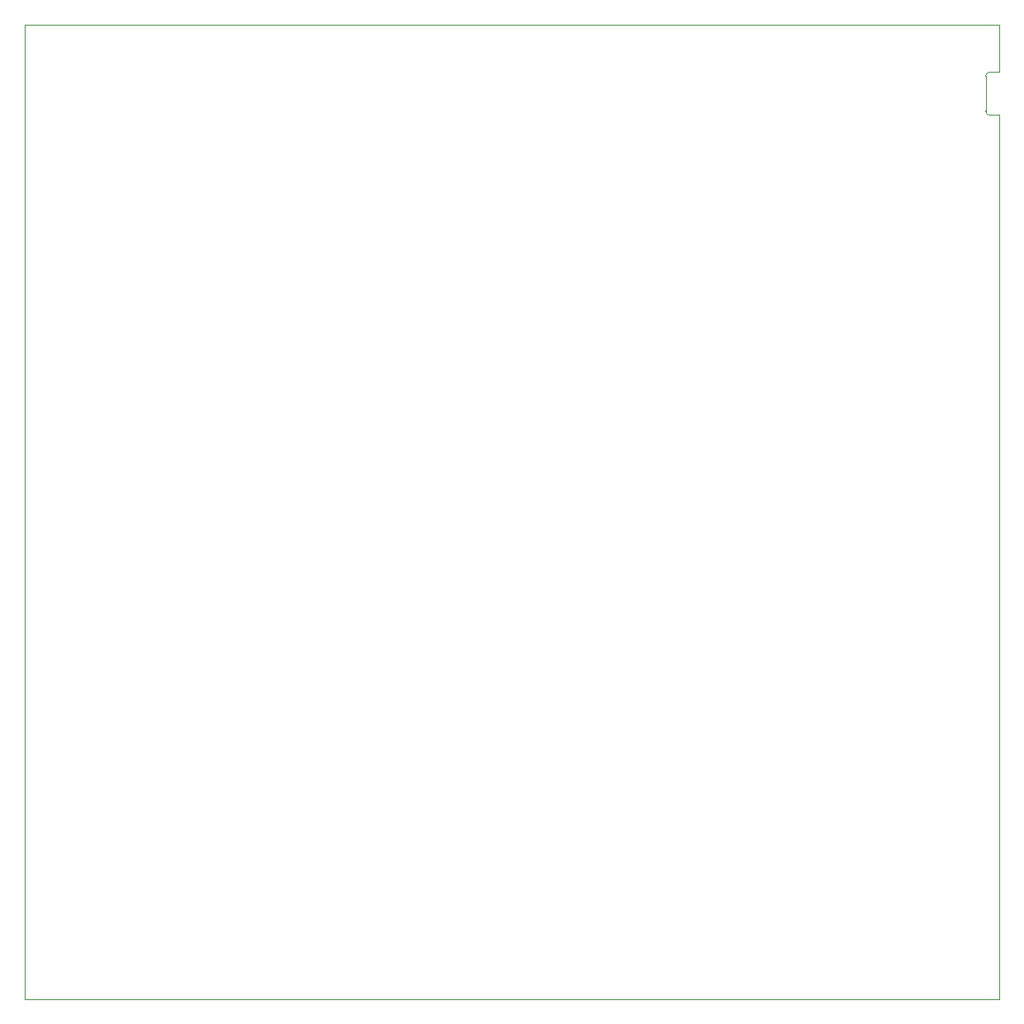
<source format=gbr>
%TF.GenerationSoftware,KiCad,Pcbnew,(6.0.5)*%
%TF.CreationDate,2022-10-27T12:03:10+01:00*%
%TF.ProjectId,NanoMultiTone,4e616e6f-4d75-46c7-9469-546f6e652e6b,rev?*%
%TF.SameCoordinates,Original*%
%TF.FileFunction,Profile,NP*%
%FSLAX46Y46*%
G04 Gerber Fmt 4.6, Leading zero omitted, Abs format (unit mm)*
G04 Created by KiCad (PCBNEW (6.0.5)) date 2022-10-27 12:03:10*
%MOMM*%
%LPD*%
G01*
G04 APERTURE LIST*
%TA.AperFunction,Profile*%
%ADD10C,0.100000*%
%TD*%
%TA.AperFunction,Profile*%
%ADD11C,0.120000*%
%TD*%
G04 APERTURE END LIST*
D10*
X50000000Y-50000000D02*
X50000000Y-150000000D01*
X150000000Y-150000000D02*
X149990000Y-63580000D01*
X149990000Y-50580000D02*
X149990000Y-50000000D01*
X149990000Y-50000000D02*
X50000000Y-50000000D01*
X50000000Y-150000000D02*
X150000000Y-150000000D01*
D11*
%TO.C,J15*%
X148990000Y-59280000D02*
X149990000Y-59280000D01*
X149990000Y-54880000D02*
X149990000Y-50580000D01*
X148990000Y-54880000D02*
X149990000Y-54880000D01*
X148590000Y-55280000D02*
X148590000Y-58880000D01*
X149990000Y-59280000D02*
X149990000Y-63580000D01*
X148990000Y-54880000D02*
G75*
G03*
X148590000Y-55280000I0J-400000D01*
G01*
X148590000Y-58880000D02*
G75*
G03*
X148990000Y-59280000I400002J2D01*
G01*
%TD*%
M02*

</source>
